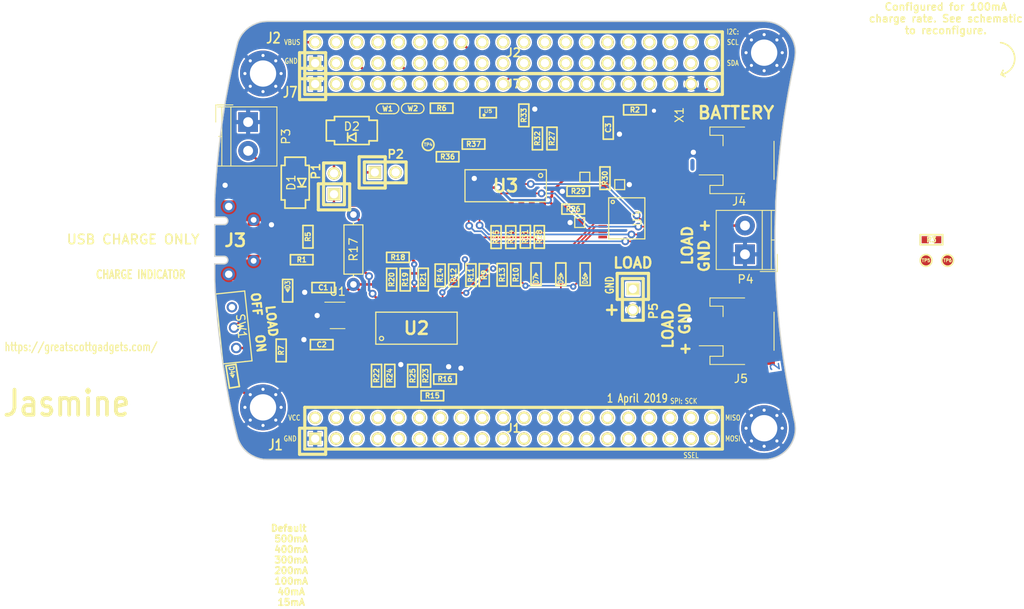
<source format=kicad_pcb>
(kicad_pcb (version 20221018) (generator pcbnew)
  (layers (0 "F.Cu" signal) (31 "B.Cu" signal) (34 "B.Paste" user) (35 "F.Paste" user) (36 "B.SilkS" user "B.Silkscreen") (37 "F.SilkS" user "F.Silkscreen") (38 "B.Mask" user) (39 "F.Mask" user) (44 "Edge.Cuts" user))
  (net 0 "")
  (net 1 "GND")
  (net 2 "/+5V")
  (net 3 "Net-(D3-Pad2)")
  (net 4 "/P4_9")
  (net 5 "/P0_0")
  (net 6 "/P4_10")
  (net 7 "/P0_1")
  (net 8 "/P1_0")
  (net 9 "/P5_0")
  (net 10 "/P5_1")
  (net 11 "/P1_1")
  (net 12 "/CLK0")
  (net 13 "/P1_2")
  (net 14 "/P1_5")
  (net 15 "/P5_2")
  (net 16 "/P1_7")
  (net 17 "/P1_6")
  (net 18 "/P1_9")
  (net 19 "/P1_8")
  (net 20 "/P5_3")
  (net 21 "/P1_10")
  (net 22 "/P1_12")
  (net 23 "/P1_11")
  (net 24 "/P5_5")
  (net 25 "/P5_4")
  (net 26 "/P1_14")
  (net 27 "/P1_13")
  (net 28 "/P5_6")
  (net 29 "/P1_15")
  (net 30 "/P5_7")
  (net 31 "/P1_16")
  (net 32 "/P1_18")
  (net 33 "/P1_17")
  (net 34 "/P9_5")
  (net 35 "/P9_6")
  (net 36 "/P2_0")
  (net 37 "/P6_0")
  (net 38 "/P1_20")
  (net 39 "/P1_19")
  (net 40 "/P1_4")
  (net 41 "/P1_3")
  (net 42 "/P4_8")
  (net 43 "/P4_0")
  (net 44 "/ADC0_0")
  (net 45 "/P4_5")
  (net 46 "/P4_4")
  (net 47 "/P4_2")
  (net 48 "/P4_3")
  (net 49 "/P4_6")
  (net 50 "/P4_7")
  (net 51 "/CLK2")
  (net 52 "/P2_8")
  (net 53 "/P2_7")
  (net 54 "/P2_6")
  (net 55 "/P7_7")
  (net 56 "/WAKEUP0")
  (net 57 "/P2_5")
  (net 58 "/P2_4")
  (net 59 "/P2_3")
  (net 60 "/PF_4")
  (net 61 "/P3_2")
  (net 62 "/P7_2")
  (net 63 "/P3_1")
  (net 64 "/P7_1")
  (net 65 "/P3_0")
  (net 66 "/P7_0")
  (net 67 "/P3_4")
  (net 68 "/P6_8")
  (net 69 "/P3_7")
  (net 70 "/P6_7")
  (net 71 "/P3_3")
  (net 72 "/P2_2")
  (net 73 "/P6_6")
  (net 74 "/P2_1")
  (net 75 "/P6_3")
  (net 76 "/P3_5")
  (net 77 "/P3_6")
  (net 78 "/I2C0_SDA")
  (net 79 "/I2C0_SCL")
  (net 80 "Net-(J3-Pad4)")
  (net 81 "Net-(J3-Pad3)")
  (net 82 "Net-(J3-Pad2)")
  (net 83 "/P6_4")
  (net 84 "/P6_5")
  (net 85 "/ADC0_5")
  (net 86 "/ADC0_2")
  (net 87 "/P2_9")
  (net 88 "/P2_12")
  (net 89 "/P2_13")
  (net 90 "/RTC_ALARM")
  (net 91 "/RESET")
  (net 92 "/VBAT")
  (net 93 "/P2_11")
  (net 94 "/P2_10")
  (net 95 "/P6_10")
  (net 96 "/P6_9")
  (net 97 "/P6_2")
  (net 98 "/P6_1")
  (net 99 "Net-(J3-Pad0)")
  (net 100 "Net-(D4-Pad2)")
  (net 101 "Net-(R2-Pad1)")
  (net 102 "Net-(SW1-Pad3)")
  (net 103 "/RTCX1")
  (net 104 "VBUS")
  (net 105 "Net-(D5-Pad2)")
  (net 106 "Net-(D6-Pad2)")
  (net 107 "Net-(D7-Pad2)")
  (net 108 "VCC")
  (net 109 "Net-(R33-Pad2)")
  (net 110 "/RATE_S1")
  (net 111 "/RATE_S2")
  (net 112 "/RATE_S0")
  (net 113 "/RATE_E")
  (net 114 "Net-(R17-Pad1)")
  (net 115 "Net-(R19-Pad1)")
  (net 116 "Net-(R20-Pad1)")
  (net 117 "Net-(R21-Pad1)")
  (net 118 "Net-(R22-Pad1)")
  (net 119 "Net-(R23-Pad1)")
  (net 120 "Net-(R24-Pad1)")
  (net 121 "Net-(R25-Pad1)")
  (net 122 "Net-(R26-Pad1)")
  (net 123 "Net-(R27-Pad1)")
  (net 124 "Net-(R28-Pad2)")
  (net 125 "Net-(R29-Pad1)")
  (net 126 "Net-(R30-Pad2)")
  (net 127 "Net-(R31-Pad2)")
  (net 128 "Net-(R32-Pad2)")
  (net 129 "Net-(R34-Pad2)")
  (net 130 "Net-(R35-Pad1)")
  (net 131 "Net-(R36-Pad2)")
  (net 132 "Net-(R37-Pad1)")
  (net 133 "Net-(R37-Pad2)")
  (net 134 "/MEASURE_E")
  (net 135 "/MEASURE_S2")
  (net 136 "/MEASURE_S1")
  (net 137 "/MEASURE_S0")
  (net 138 "Net-(U4-Pad13)")
  (net 139 "Net-(X1-Pad1)")
  (net 140 "/STAT")
  (net 141 "/BATT")
  (net 142 "/PROG")
  (net 143 "/VIN")
  (net 144 "Net-(R6-Pad1)")
  (net 145 "Net-(U5-Pad1)")
  (footprint "gsg-modules:HEADER-2x20" (layer "F.Cu") (at 146.05 118.11)
    (fp_text reference "J1")
    (fp_text value "NEIGHBOR1" hide)
  )
  (footprint "gsg-modules:HEADER-2x20" (layer "F.Cu") (at 146.05 72.39)
    (fp_text reference "J2")
    (fp_text value "NEIGHBOR2" hide)
  )
  (footprint "gsg-modules:HEADER-1x20" (layer "F.Cu") (at 146.05 76.2)
    (fp_text reference "J7")
    (fp_text value "BONUS_ROW" hide)
  )
  (footprint "gsg-modules:HOLE126MIL-COPPER" (layer "F.Cu") (at 115.57 74.93)
    (fp_text reference "MH1" hide)
    (fp_text value "MOUNTING_HOLE" hide)
  )
  (footprint "gsg-modules:HOLE126MIL-COPPER" (layer "F.Cu") (at 115.57 115.57)
    (fp_text reference "MH2" hide)
    (fp_text value "MOUNTING_HOLE" hide)
  )
  (footprint "gsg-modules:HOLE126MIL-COPPER" (layer "F.Cu") (at 176.53 118.11)
    (fp_text reference "MH3" hide)
    (fp_text value "MOUNTING_HOLE" hide)
  )
  (footprint "gsg-modules:HOLE126MIL-COPPER" (layer "F.Cu") (at 176.53 72.39)
    (fp_text reference "MH4" hide)
    (fp_text value "MOUNTING_HOLE" hide)
  )
  (footprint "gsg-modules:0603" (layer "F.Cu") (at 122.901072 100.984493)
    (fp_text reference "C1")
    (fp_text value "4.7 uF" hide)
  )
  (footprint "gsg-modules:0603" (layer "F.Cu") (at 122.708032 107.933933)
    (fp_text reference "C2")
    (fp_text value "4.7 uF" hide)
  )
  (footprint "gsg-modules:SOD128" (layer "F.Cu") (at 119.4901 88.2158 90)
    (fp_text reference "D1")
    (fp_text value "D" hide)
  )
  (footprint "gsg-modules:SOD128" (layer "F.Cu") (at 126.37 81.87)
    (fp_text reference "D2")
    (fp_text value "D" hide)
  )
  (footprint "gsg-modules:0603D" (layer "F.Cu") (at 118.568032 101.366653 90)
    (fp_text reference "D3")
    (fp_text value "LED" hide)
  )
  (footprint "gsg-modules:HEADER-1x2" (layer "F.Cu") (at 124.206 88.3539 90)
    (fp_text reference "P1")
    (fp_text value "TEST_POINT" hide)
  )
  (footprint "gsg-modules:HEADER-1x2" (layer "F.Cu") (at 130.43912 86.96324)
    (fp_text reference "P2")
    (fp_text value "TEST_POINT" hide)
  )
  (footprint "gsg-modules:0603" (layer "F.Cu") (at 120.278032 97.596653 180)
    (fp_text reference "R1")
    (fp_text value "330" hide)
  )
  (footprint "gsg-modules:0603" (layer "F.Cu") (at 160.808 79.35 180)
    (fp_text reference "R2")
    (fp_text value "0" hide)
  )
  (footprint "gsg-modules:0603" (layer "F.Cu") (at 121.04 94.8 90)
    (fp_text reference "R5")
    (fp_text value "0.1" hide)
  )
  (footprint "TO_SOT_Packages_SMD:SOT-23-5" (layer "F.Cu") (at 124.638432 104.372853)
    (fp_text reference "U1")
    (fp_text value "MCP73831T" hide)
  )
  (footprint "gsg-modules:0603" (layer "F.Cu") (at 137.298 79.15)
    (fp_text reference "R6")
    (fp_text value "0" hide)
  )
  (footprint "gsg-modules:0603-JUMPER" (layer "F.Cu") (at 130.7211 79.2099)
    (fp_text reference "W1")
    (fp_text value "TEST" hide)
  )
  (footprint "gsg-modules:0603-JUMPER" (layer "F.Cu") (at 133.78 79.18)
    (fp_text reference "W2")
    (fp_text value "TEST" hide)
  )
  (footprint "gsg-modules:USB-MICROB-FCI-10103592-LONGPADS" (layer "F.Cu") (at 109.7 95.24)
    (fp_text reference "J3")
    (fp_text value "USB-MICRO-B-SHIELDED" hide)
  )
  (footprint "gsg-modules:JST_PH_S2B-PH-SM4-TB_02x2.00mm_Angled" (layer "F.Cu") (at 173.25594 85.4964 90)
    (fp_text reference "J4")
    (fp_text value "LIPO_BATT_CONN" hide)
  )
  (footprint "gsg-modules:0603" (layer "F.Cu") (at 117.78 108.64 -90)
    (fp_text reference "R7")
    (fp_text value "330" hide)
  )
  (footprint "gsg-modules:MHSS1105" (layer "F.Cu") (at 112.05 105.86 -174)
    (fp_text reference "SW1")
    (fp_text value "SW_SPDT" hide)
  )
  (footprint "gsg-modules:JST_PH_S2B-PH-SM4-TB_02x2.00mm_Angled" (layer "F.Cu") (at 173.26 106.3 90)
    (fp_text reference "J5")
    (fp_text value "2PIN_BATT_CONN")
  )
  (footprint "gsg-modules:HEADER-1x2" (layer "F.Cu") (at 160.56 102.43 -90)
    (fp_text reference "P5")
    (fp_text value "3.7_VDC" hide)
  )
  (footprint "gsg-modules:0603D" (layer "F.Cu") (at 111.879203 111.772619 99)
    (fp_text reference "D4")
    (fp_text value "LED" hide)
  )
  (footprint "gsg-modules:TerminalBlock_4UCON_19963_02x3.5mm_Straight" (layer "F.Cu") (at 174.2 96.94 90)
    (fp_text reference "P4")
    (fp_text value "3.7_VDC")
  )
  (footprint "gsg-modules:0603" (layer "F.Cu") (at 157.57 81.548 -90)
    (fp_text reference "C3")
    (fp_text value "C" hide)
  )
  (footprint "gsg-modules:TerminalBlock_4UCON_19963_02x3.5mm_Straight" (layer "F.Cu") (at 113.76 80.84 -90)
    (fp_text reference "P3")
    (fp_text value "INPUT")
  )
  (footprint "gsg-modules:0603" (layer "F.Cu") (at 142.48 99.46 -90)
    (fp_text reference "R9")
    (fp_text value "330" hide)
  )
  (footprint "gsg-modules:0603" (layer "F.Cu") (at 146.32 99.43 -90)
    (fp_text reference "R10")
    (fp_text value "330" hide)
  )
  (footprint "gsg-modules:0603" (layer "F.Cu") (at 140.86 99.47 90)
    (fp_text reference "R11")
    (fp_text value "10k" hide)
  )
  (footprint "gsg-modules:0603" (layer "F.Cu") (at 138.76 99.5 -90)
    (fp_text reference "R12")
    (fp_text value "330" hide)
  )
  (footprint "gsg-modules:0603" (layer "F.Cu") (at 144.66 99.43 90)
    (fp_text reference "R13")
    (fp_text value "10k" hide)
  )
  (footprint "gsg-modules:0603" (layer "F.Cu") (at 137.12 99.5 -90)
    (fp_text reference "R14")
    (fp_text value "10k" hide)
  )
  (footprint "gsg-modules:0603" (layer "F.Cu") (at 136.17 114.15 180)
    (fp_text reference "R15")
    (fp_text value "10k" hide)
  )
  (footprint "gsg-modules:0603" (layer "F.Cu") (at 137.71 112.13)
    (fp_text reference "R16")
    (fp_text value "10k" hide)
  )
  (footprint "gsg-modules:RESISTOR-AXIAL-2.3x6.0mm" (layer "F.Cu") (at 126.57 96.35 -90)
    (fp_text reference "R17")
    (fp_text value "R" hide)
  )
  (footprint "gsg-modules:0603" (layer "F.Cu") (at 131.98 97.31 180)
    (fp_text reference "R18")
    (fp_text value "67k" hide)
  )
  (footprint "gsg-modules:0603" (layer "F.Cu") (at 132.87 100.02 90)
    (fp_text reference "R19")
    (fp_text value "2k" hide)
  )
  (footprint "gsg-modules:0603" (layer "F.Cu") (at 131.22 100.02 90)
    (fp_text reference "R20")
    (fp_text value "2.5k" hide)
  )
  (footprint "gsg-modules:0603" (layer "F.Cu") (at 135.06 100.01 90)
    (fp_text reference "R21")
    (fp_text value "3.33k" hide)
  )
  (footprint "gsg-modules:0603" (layer "F.Cu") (at 129.38 111.71 -90)
    (fp_text reference "R22")
    (fp_text value "5k" hide)
  )
  (footprint "gsg-modules:0603" (layer "F.Cu") (at 135.35 111.73 -90)
    (fp_text reference "R23")
    (fp_text value "10k" hide)
  )
  (footprint "gsg-modules:0603" (layer "F.Cu") (at 130.99 111.71 -90)
    (fp_text reference "R24")
    (fp_text value "25k" hide)
  )
  (footprint "gsg-modules:0603" (layer "F.Cu") (at 133.78 111.72 -90)
    (fp_text reference "R25")
    (fp_text value "67k" hide)
  )
  (footprint "gsg-modules:0603" (layer "F.Cu") (at 153.3 91.43 180)
    (fp_text reference "R26")
    (fp_text value "10k" hide)
  )
  (footprint "gsg-modules:0603" (layer "F.Cu") (at 150.72 82.838 90)
    (fp_text reference "R27")
    (fp_text value "0" hide)
  )
  (footprint "gsg-modules:0603" (layer "F.Cu") (at 149.18 94.82 90)
    (fp_text reference "R28")
    (fp_text value "100k" hide)
  )
  (footprint "gsg-modules:0603" (layer "F.Cu") (at 153.92 89.25 180)
    (fp_text reference "R29")
    (fp_text value "10k" hide)
  )
  (footprint "gsg-modules:0603" (layer "F.Cu") (at 157.17 87.67 -90)
    (fp_text reference "R30")
    (fp_text value "10k" hide)
  )
  (footprint "gsg-modules:0603" (layer "F.Cu") (at 147.48 94.8 90)
    (fp_text reference "R31")
    (fp_text value "100k" hide)
  )
  (footprint "gsg-modules:0603" (layer "F.Cu") (at 148.95 82.84 -90)
    (fp_text reference "R32")
    (fp_text value "100k" hide)
  )
  (footprint "gsg-modules:0603" (layer "F.Cu") (at 147.3 80.02 -90)
    (fp_text reference "R33")
    (fp_text value "100k" hide)
  )
  (footprint "gsg-modules:0603" (layer "F.Cu") (at 145.71 94.842 90)
    (fp_text reference "R34")
    (fp_text value "100k" hide)
  )
  (footprint "gsg-modules:0603" (layer "F.Cu") (at 143.92 94.84 -90)
    (fp_text reference "R35")
    (fp_text value "100k" hide)
  )
  (footprint "gsg-modules:0603" (layer "F.Cu") (at 138.028 85.06)
    (fp_text reference "R36")
    (fp_text value "100k" hide)
  )
  (footprint "gsg-modules:SOIC16" (layer "F.Cu") (at 145.09 88.59 -90)
    (fp_text reference "U3")
    (fp_text value "74HC4051" hide)
  )
  (footprint "gsg-modules:TSSOP16" (layer "F.Cu") (at 159.82 92.56)
    (fp_text reference "U4")
    (fp_text value "PCA9674" hide)
  )
  (footprint "gsg-modules:SiT1533" (layer "F.Cu") (at 164.82865 79.915392 -90)
    (fp_text reference "X1")
    (fp_text value "SiT1533" hide)
  )
  (footprint "gsg-modules:SOIC16" (layer "F.Cu") (at 134.24 105.93 90)
    (fp_text reference "U2")
    (fp_text value "74HC4051" hide)
  )
  (footprint "gsg-modules:TESTPOINT-50MIL" (layer "F.Cu") (at 135.66 83.59)
    (fp_text reference "TP4")
    (fp_text value "TestPoint" hide)
  )
  (footprint "gsg-modules:1Pin_0603" (layer "F.Cu") (at 154.72 87.55)
    (fp_text reference "TP3" hide)
    (fp_text value " ")
  )
  (footprint "gsg-modules:1Pin_0603" (layer "F.Cu") (at 158.96 88.46)
    (fp_text reference "TP1" hide)
    (fp_text value " ")
  )
  (footprint "gsg-modules:1Pin_0603" (layer "F.Cu") (at 154.09 93.07)
    (fp_text reference "TP2" hide)
    (fp_text value " ")
  )
  (footprint "gsg-modules:0603D" (layer "F.Cu") (at 154.76 99.36 -90)
    (fp_text reference "D6")
    (fp_text value "LED" hide)
  )
  (footprint "gsg-modules:0603D" (layer "F.Cu") (at 151.8 99.36 -90)
    (fp_text reference "D5")
    (fp_text value "LED" hide)
  )
  (footprint "gsg-modules:0603D" (layer "F.Cu") (at 148.78 99.36 -90)
    (fp_text reference "D7")
    (fp_text value "LED" hide)
  )
  (footprint "gsg-modules:0603" (layer "F.Cu") (at 196.883201 95.161201)
    (fp_text reference "R3")
    (fp_text value "10k" hide)
  )
  (footprint "gsg-modules:TESTPOINT-50MIL" (layer "F.Cu") (at 196.222801 97.682801)
    (fp_text reference "TP5")
    (fp_text value "TestPoint" hide)
  )
  (footprint "gsg-modules:TESTPOINT-50MIL" (layer "F.Cu") (at 198.842801 97.682801)
    (fp_text reference "TP6")
    (fp_text value "TestPoint" hide)
  )
  (footprint "gsg-modules:SOT363" (layer "F.Cu") (at 142.95 79.69)
    (fp_text reference "U5")
    (fp_text value "74LVC1G3157" hide)
  )
  (footprint "gsg-modules:0603" (layer "F.Cu") (at 141.182 83.52)
    (fp_text reference "R37")
    (fp_text value "100k" hide)
  )
  (gr_line (start 205.36 75.05) (end 205.83 75.31) (stroke (width 0.1905)) (layer "F.SilkS"))
  (gr_arc (start 205.293989 71.169317) (mid 207.014361 73.071621) (end 205.37 75.04) (stroke (width 0.1905)) (layer "F.SilkS"))
  (gr_line (start 205.35 75.04) (end 205.59 74.54) (stroke (width 0.1905)) (layer "F.SilkS"))
  (gr_line (start 114.3462 121.4882) (end 114.0668 121.3358) (stroke (width 0.15)) (layer "Edge.Cuts"))
  (gr_line (start 114.7272 121.666) (end 114.3462 121.4882) (stroke (width 0.15)) (layer "Edge.Cuts"))
  (gr_line (start 115.2098 121.8184) (end 114.7272 121.666) (stroke (width 0.15)) (layer "Edge.Cuts"))
  (gr_line (start 115.6162 121.8946) (end 115.2098 121.8184) (stroke (width 0.15)) (layer "Edge.Cuts"))
  (gr_line (start 116.0988 121.92) (end 115.6162 121.8946) (stroke (width 0.15)) (layer "Edge.Cuts"))
  (gr_line (start 109.7234 89.7128) (end 109.698 90.5002) (stroke (width 0.15)) (layer "Edge.Cuts"))
  (gr_line (start 109.8504 87.7824) (end 109.7234 89.7128) (stroke (width 0.15)) (layer "Edge.Cuts"))
  (gr_line (start 109.9774 86.2584) (end 109.8504 87.7824) (stroke (width 0.15)) (layer "Edge.Cuts"))
  (gr_line (start 110.1806 84.201) (end 109.9774 86.2584) (stroke (width 0.15)) (layer "Edge.Cuts"))
  (gr_line (start 110.4092 82.2706) (end 110.1806 84.201) (stroke (width 0.15)) (layer "Edge.Cuts"))
  (gr_line (start 110.6886 80.264) (end 110.4092 82.2706) (stroke (width 0.15)) (layer "Edge.Cuts"))
  (gr_line (start 111.0188 78.1304) (end 110.6886 80.264) (stroke (width 0.15)) (layer "Edge.Cuts"))
  (gr_line (start 111.4506 75.8444) (end 111.0188 78.1304) (stroke (width 0.15)) (layer "Edge.Cuts"))
  (gr_line (start 111.984 73.3298) (end 111.4506 75.8444) (stroke (width 0.15)) (layer "Edge.Cuts"))
  (gr_line (start 112.2888 71.9582) (end 111.984 73.3298) (stroke (width 0.15)) (layer "Edge.Cuts"))
  (gr_line (start 112.365 71.6788) (end 112.2888 71.9582) (stroke (width 0.15)) (layer "Edge.Cuts"))
  (gr_line (start 112.4412 71.374) (end 112.365 71.6788) (stroke (width 0.15)) (layer "Edge.Cuts"))
  (gr_line (start 109.7488 101.2952) (end 109.698 99.9998) (stroke (width 0.15)) (layer "Edge.Cuts"))
  (gr_line (start 109.8758 103.0224) (end 109.7488 101.2952) (stroke (width 0.15)) (layer "Edge.Cuts"))
  (gr_line (start 110.0282 104.8512) (end 109.8758 103.0224) (stroke (width 0.15)) (layer "Edge.Cuts"))
  (gr_line (start 110.2314 106.7308) (end 110.0282 104.8512) (stroke (width 0.15)) (layer "Edge.Cuts"))
  (gr_line (start 110.4854 108.8136) (end 110.2314 106.7308) (stroke (width 0.15)) (layer "Edge.Cuts"))
  (gr_line (start 110.7648 110.744) (end 110.4854 108.8136) (stroke (width 0.15)) (layer "Edge.Cuts"))
  (gr_line (start 111.1204 112.9284) (end 110.7648 110.744) (stroke (width 0.15)) (layer "Edge.Cuts"))
  (gr_line (start 111.5014 114.9858) (end 111.1204 112.9284) (stroke (width 0.15)) (layer "Edge.Cuts"))
  (gr_line (start 112.0602 117.602) (end 111.5014 114.9858) (stroke (width 0.15)) (layer "Edge.Cuts"))
  (gr_line (start 112.3142 118.6434) (end 112.0602 117.602) (stroke (width 0.15)) (layer "Edge.Cuts"))
  (gr_line (start 112.4158 119.0244) (end 112.3142 118.6434) (stroke (width 0.15)) (layer "Edge.Cuts"))
  (gr_line (start 112.5174 119.4054) (end 112.4158 119.0244) (stroke (width 0.15)) (layer "Edge.Cuts"))
  (gr_line (start 112.6698 119.761) (end 112.5174 119.4054) (stroke (width 0.15)) (layer "Edge.Cuts"))
  (gr_line (start 112.8476 120.0912) (end 112.6698 119.761) (stroke (width 0.15)) (layer "Edge.Cuts"))
  (gr_line (start 113 120.3198) (end 112.8476 120.0912) (stroke (width 0.15)) (layer "Edge.Cuts"))
  (gr_line (start 113.2286 120.6246) (end 113 120.3198) (stroke (width 0.15)) (layer "Edge.Cuts"))
  (gr_line (start 113.4572 120.8532) (end 113.2286 120.6246) (stroke (width 0.15)) (layer "Edge.Cuts"))
  (gr_line (start 113.7112 121.0818) (end 113.4572 120.8532) (stroke (width 0.15)) (layer "Edge.Cuts"))
  (gr_line (start 114.0668 121.3358) (end 113.7112 121.0818) (stroke (width 0.15)) (layer "Edge.Cuts"))
  (gr_line (start 109.698 98.0948) (end 109.698 99.9998) (stroke (width 0.15)) (layer "Edge.Cuts"))
  (gr_line (start 110.841 98.0948) (end 109.698 98.0948) (stroke (width 0.15)) (layer "Edge.Cuts"))
  (gr_line (start 109.698 97.1804) (end 110.841 97.1804) (stroke (width 0.15)) (layer "Edge.Cuts"))
  (gr_line (start 109.698 93.3196) (end 109.698 97.1804) (stroke (width 0.15)) (layer "Edge.Cuts"))
  (gr_line (start 110.841 93.3196) (end 109.698 93.3196) (stroke (width 0.15)) (layer "Edge.Cuts"))
  (gr_line (start 109.698 92.4052) (end 109.698 90.5002) (stroke (width 0.15)) (layer "Edge.Cuts"))
  (gr_line (start 110.841 92.4052) (end 109.698 92.4052) (stroke (width 0.15)) (layer "Edge.Cuts"))
  (gr_arc (start 110.841 97.1804) (mid 111.2982 97.6376) (end 110.841 98.0948) (stroke (width 0.15)) (layer "Edge.Cuts"))
  (gr_arc (start 110.841 92.4052) (mid 111.2982 92.8624) (end 110.841 93.3196) (stroke (width 0.15)) (layer "Edge.Cuts"))
  (gr_line (start 112.5174 71.0946) (end 112.4412 71.374) (stroke (width 0.15)) (layer "Edge.Cuts"))
  (gr_line (start 112.619 70.8406) (end 112.5174 71.0946) (stroke (width 0.15)) (layer "Edge.Cuts"))
  (gr_line (start 112.7968 70.485) (end 112.619 70.8406) (stroke (width 0.15)) (layer "Edge.Cuts"))
  (gr_line (start 112.9746 70.2056) (end 112.7968 70.485) (stroke (width 0.15)) (layer "Edge.Cuts"))
  (gr_line (start 113.1524 69.977) (end 112.9746 70.2056) (stroke (width 0.15)) (layer "Edge.Cuts"))
  (gr_line (start 113.3556 69.7484) (end 113.1524 69.977) (stroke (width 0.15)) (layer "Edge.Cuts"))
  (gr_line (start 113.6604 69.469) (end 113.3556 69.7484) (stroke (width 0.15)) (layer "Edge.Cuts"))
  (gr_line (start 113.9906 69.215) (end 113.6604 69.469) (stroke (width 0.15)) (layer "Edge.Cuts"))
  (gr_line (start 114.3462 69.0118) (end 113.9906 69.215) (stroke (width 0.15)) (layer "Edge.Cuts"))
  (gr_line (start 114.8034 68.8086) (end 114.3462 69.0118) (stroke (width 0.15)) (layer "Edge.Cuts"))
  (gr_line (start 115.2098 68.6816) (end 114.8034 68.8086) (stroke (width 0.15)) (layer "Edge.Cuts"))
  (gr_line (start 115.667 68.6054) (end 115.2098 68.6816) (stroke (width 0.15)) (layer "Edge.Cuts"))
  (gr_line (start 116.0988 68.58) (end 115.667 68.6054) (stroke (width 0.15)) (layer "Edge.Cuts"))
  (gr_line (start 178.6636 82.4484) (end 178.9176 80.5688) (stroke (width 0.15)) (layer "Edge.Cuts"))
  (gr_line (start 179.197 78.8162) (end 179.5018 77.0636) (stroke (width 0.15)) (layer "Edge.Cuts"))
  (gr_line (start 179.5526 113.7158) (end 179.8828 115.4684) (stroke (width 0.15)) (layer "Edge.Cuts"))
  (gr_line (start 179.2224 111.887) (end 179.5526 113.7158) (stroke (width 0.15)) (layer "Edge.Cuts"))
  (gr_line (start 177.8762 97.79) (end 177.927 99.0346) (stroke (width 0.15)) (layer "Edge.Cuts"))
  (gr_line (start 116.1288 68.58) (end 176.53 68.58) (stroke (width 0.15)) (layer "Edge.Cuts"))
  (gr_arc (start 176.53 68.58) (mid 179.224077 69.695923) (end 180.34 72.39) (stroke (width 0.15)) (layer "Edge.Cuts"))
  (gr_line (start 178.6382 107.9246) (end 178.8922 109.8042) (stroke (width 0.15)) (layer "Edge.Cuts"))
  (gr_line (start 178.0794 88.4682) (end 178.2572 86.233) (stroke (width 0.15)) (layer "Edge.Cuts"))
  (gr_line (start 178.4096 105.9942) (end 178.6382 107.9246) (stroke (width 0.15)) (layer "Edge.Cuts"))
  (gr_line (start 178.2318 104.1146) (end 178.4096 105.9942) (stroke (width 0.15)) (layer "Edge.Cuts"))
  (gr_line (start 179.8066 75.438) (end 180.1368 73.8124) (stroke (width 0.15)) (layer "Edge.Cuts"))
  (gr_line (start 178.4604 84.2264) (end 178.6636 82.4484) (stroke (width 0.15)) (layer "Edge.Cuts"))
  (gr_line (start 177.9524 90.5002) (end 178.0794 88.4682) (stroke (width 0.15)) (layer "Edge.Cuts"))
  (gr_line (start 177.8508 95.123) (end 177.8508 96.393) (stroke (width 0.15)) (layer "Edge.Cuts"))
  (gr_line (start 177.9524 90.5002) (end 177.9016 92.3544) (stroke (width 0.15)) (layer "Edge.Cuts"))
  (gr_line (start 180.2892 117.5004) (end 180.34 118.11) (stroke (width 0.15)) (layer "Edge.Cuts"))
  (gr_line (start 177.927 99.0346) (end 177.9524 99.9998) (stroke (width 0.15)) (layer "Edge.Cuts"))
  (gr_line (start 179.5018 77.0636) (end 179.8066 75.438) (stroke (width 0.15)) (layer "Edge.Cuts"))
  (gr_line (start 178.8922 109.8042) (end 179.2224 111.887) (stroke (width 0.15)) (layer "Edge.Cuts"))
  (gr_line (start 179.8828 115.4684) (end 180.1368 116.7892) (stroke (width 0.15)) (layer "Edge.Cuts"))
  (gr_line (start 177.9016 92.3544) (end 177.8508 94.0054) (stroke (width 0.15)) (layer "Edge.Cuts"))
  (gr_line (start 180.1368 73.8124) (end 180.2638 73.1266) (stroke (width 0.15)) (layer "Edge.Cuts"))
  (gr_line (start 177.9524 99.9998) (end 178.0794 102.108) (stroke (width 0.15)) (layer "Edge.Cuts"))
  (gr_arc (start 180.34 118.11) (mid 179.224077 120.804077) (end 176.53 121.92) (stroke (width 0.15)) (layer "Edge.Cuts"))
  (gr_line (start 180.1368 116.7892) (end 180.2892 117.5004) (stroke (width 0.15)) (layer "Edge.Cuts"))
  (gr_line (start 178.0794 102.108) (end 178.2318 104.1146) (stroke (width 0.15)) (layer "Edge.Cuts"))
  (gr_line (start 178.2572 86.233) (end 178.4604 84.2264) (stroke (width 0.15)) (layer "Edge.Cuts"))
  (gr_line (start 178.9176 80.5688) (end 179.197 78.8162) (stroke (width 0.15)) (layer "Edge.Cuts"))
  (gr_line (start 176.53 121.92) (end 116.1288 121.92) (stroke (width 0.15)) (layer "Edge.Cuts"))
  (gr_line (start 177.8508 94.0054) (end 177.8508 95.123) (stroke (width 0.15)) (layer "Edge.Cuts"))
  (gr_line (start 180.2638 73.1266) (end 180.34 72.39) (stroke (width 0.15)) (layer "Edge.Cuts"))
  (gr_line (start 177.8508 96.393) (end 177.8762 97.79) (stroke (width 0.15)) (layer "Edge.Cuts"))
  (gr_text "1" (at 178.3588 113.6396 98.9) (layer "F.Cu") (effects (font (size 1.016 1.016) (thickness 0.1778))))
  (gr_text "2" (at 177.8508 110.5916 98.9) (layer "B.Cu") (effects (font (size 1.016 1.016) (thickness 0.1778))))
  (gr_text "J1" (at 117.094 120.142) (layer "F.SilkS") (effects (font (size 1.27 1.016) (thickness 0.2032))))
  (gr_text "J2" (at 116.84 70.612) (layer "F.SilkS") (effects (font (size 1.27 1.016) (thickness 0.2032))))
  (gr_text "J7" (at 118.872 77.216) (layer "F.SilkS") (effects (font (size 1.27 1.016) (thickness 0.2032))))
  (gr_text "MOSI" (at 172.72 119.38) (layer "F.SilkS") (effects (font (size 0.635 0.508) (thickness 0.1016))))
  (gr_text "MISO" (at 172.72 116.84) (layer "F.SilkS") (effects (font (size 0.635 0.508) (thickness 0.1016))))
  (gr_text "SSEL" (at 167.64 121.412) (layer "F.SilkS") (effects (font (size 0.635 0.508) (thickness 0.1016))))
  (gr_text "SCK" (at 167.64 114.808) (layer "F.SilkS") (effects (font (size 0.635 0.508) (thickness 0.1016))))
  (gr_text "SDA" (at 172.72 73.66) (layer "F.SilkS") (effects (font (size 0.635 0.508) (thickness 0.1016))))
  (gr_text "SCL" (at 172.72 71.12) (layer "F.SilkS") (effects (font (size 0.635 0.508) (thickness 0.1016))))
  (gr_text "I2C:" (at 172.72 69.85) (layer "F.SilkS") (effects (font (size 0.635 0.508) (thickness 0.1016))))
  (gr_text "SPI:" (at 165.862 114.808) (layer "F.SilkS") (effects (font (size 0.635 0.508) (thickness 0.1016))))
  (gr_text "GND" (at 118.872 119.38) (layer "F.SilkS") (effects (font (size 0.635 0.508) (thickness 0.1016))))
  (gr_text "VCC" (at 119.38 116.84) (layer "F.SilkS") (effects (font (size 0.635 0.508) (thickness 0.1016))))
  (gr_text "VBUS" (at 119.126 71.12) (layer "F.SilkS") (effects (font (size 0.635 0.508) (thickness 0.1016))))
  (gr_text "GND" (at 118.999 73.406) (layer "F.SilkS") (effects (font (size 0.635 0.508) (thickness 0.1016))))
  (gr_text "https://greatscottgadgets.com/" (at 93.43 108.21) (layer "F.SilkS") (effects (font (size 1.016 0.762) (thickness 0.1524))))
  (gr_text "1 April 2019" (at 161.11 114.47) (layer "F.SilkS") (effects (font (size 1.016 0.762) (thickness 0.1524))))
  (gr_text "LOAD\n+ GND" (at 165.85 106.02 90) (layer "F.SilkS") (effects (font (size 1.27 1.27) (thickness 0.2794))))
  (gr_text "Jasmine" (at 91.69 115.08) (layer "F.SilkS") (effects (font (size 3.048 2.54) (thickness 0.4572))))
  (gr_text "+" (at 157.89 103.71 90) (layer "F.SilkS") (effects (font (size 1.5 1.5) (thickness 0.3))))
  (gr_text "Default \n500mA\n400mA\n300mA\n200mA\n100mA\n40mA\n15mA\n" (at 119 134.79) (layer "F.SilkS") (effects (font (size 0.8 0.8) (thickness 0.2))))
  (gr_text "CHARGE INDICATOR" (at 100.7 99.4) (layer "F.SilkS") (effects (font (size 1.016 0.762) (thickness 0.1905))))
  (gr_text "LOAD\nGND +" (at 168.21 95.87 90) (layer "F.SilkS") (effects (font (size 1.27 1.27) (thickness 0.2794))))
  (gr_text "LOAD\nOFF   ON" (at 115.81 105.15 276) (layer "F.SilkS") (effects (font (size 1.016 1.016) (thickness 0.254))))
  (gr_text "USB CHARGE ONLY" (at 99.77 95.12) (layer "F.SilkS") (effects (font (size 1.143 1.143) (thickness 0.2032))))
  (gr_text "LOAD" (at 160.57 97.98) (layer "F.SilkS") (effects (font (size 1.27 1.27) (thickness 0.2794))))
  (gr_text "Configured for 100mA\ncharge rate. See schematic\nto reconfigure." (at 198.63 68.24) (layer "F.SilkS") (effects (font (size 0.889 0.889) (thickness 0.1778))))
  (gr_text "GND" (at 157.75 100.7 90) (layer "F.SilkS") (effects (font (size 0.9525 0.6985) (thickness 0.174625))))
  (gr_text "BATTERY" (at 173.11 79.71) (layer "F.SilkS") (effects (font (size 1.5 1.5) (thickness 0.3))))
  (segment (start 121.219592 100.984493) (end 120.640472 101.563613) (width 0.3048) (layer "F.Cu") (net 1))
  (segment (start 121.153552 107.933933) (end 120.543952 107.324333) (width 0.3048) (layer "F.Cu") (net 1))
  (segment (start 174.17034 97.028) (end 174.82058 96.37776) (width 0.3048) (layer "F.Cu") (net 1))
  (segment (start 123.524632 104.386653) (end 122.158032 104.386653) (width 0.3048) (layer "F.Cu") (net 1))
  (segment (start 138.735 108.755) (end 138.735 110.035) (width 0.3048) (layer "F.Cu") (net 1))
  (segment (start 132.335 110.355) (end 132.33 110.36) (width 0.3048) (layer "F.Cu") (net 1))
  (segment (start 138.472 111.978) (end 139.65 110.8) (width 0.3048) (layer "F.Cu") (net 1))
  (segment (start 137.415 108.755) (end 137.415 110.145) (width 0.3048) (layer "F.Cu") (net 1))
  (segment (start 140.595 87.025004) (end 140.736597 87.166601) (width 0.3048) (layer "F.Cu") (net 1))
  (segment (start 163.485392 79.815392) (end 163.13 79.46) (width 0.2032) (layer "F.Cu") (net 1))
  (segment (start 141.915 87.054996) (end 141.803395 87.166601) (width 0.3048) (layer "F.Cu") (net 1))
  (segment (start 148.628 79.258) (end 148.63 79.26) (width 0.3048) (layer "F.Cu") (net 1))
  (segment (start 115.043168 115.57) (end 115.57 115.57) (width 0.3048) (layer "F.Cu") (net 1))
  (segment (start 167.83 105.3) (end 167.45 104.92) (width 0.3048) (layer "F.Cu") (net 1))
  (segment (start 167.9436 84.4964) (end 167.92 84.52) (width 0.508) (layer "F.Cu") (net 1))
  (segment (start 112.228 88.46) (end 111.030052 88.46) (width 0.2032) (layer "F.Cu") (net 1))
  (segment (start 122.139072 100.984493) (end 121.219592 100.984493) (width 0.3048) (layer "F.Cu") (net 1))
  (segment (start 114.475 93.94) (end 116 93.94) (width 0.3048) (layer "F.Cu") (net 1))
  (segment (start 132.335 108.755) (end 132.335 110.355) (width 0.3048) (layer "F.Cu") (net 1))
  (segment (start 153.158 89.25) (end 152 89.25) (width 0.2032) (layer "F.Cu") (net 1))
  (segment (start 140.595 85.765) (end 140.595 87.025004) (width 0.3048) (layer "F.Cu") (net 1))
  (segment (start 157.57 82.31) (end 158.93 82.31) (width 0.2032) (layer "F.Cu") (net 1))
  (segment (start 152 89.25) (end 151.98 89.27) (width 0.2032) (layer "F.Cu") (net 1))
  (segment (start 121.946032 107.933933) (end 121.153552 107.933933) (width 0.3048) (layer "F.Cu") (net 1))
  (segment (start 138.735 110.035) (end 138.15 110.62) (width 0.3048) (layer "F.Cu") (net 1))
  (segment (start 141.915 85.765) (end 141.915 87.054996) (width 0.3048) (layer "F.Cu") (net 1))
  (segment (start 154.09 93.07) (end 152.93 93.07) (width 0.2032) (layer "F.Cu") (net 1))
  (segment (start 147.3 79.258) (end 148.628 79.258) (width 0.3048) (layer "F.Cu") (net 1))
  (segment (start 160.12 88.46) (end 160.13 88.45) (width 0.2032) (layer "F.Cu") (net 1))
  (segment (start 138.472 112.13) (end 138.472 111.978) (width 0.3048) (layer "F.Cu") (net 1))
  (segment (start 137.89 110.62) (end 138.15 110.62) (width 0.3048) (layer "F.Cu") (net 1))
  (segment (start 170.38094 84.4964) (end 167.9436 84.4964) (width 0.508) (layer "F.Cu") (net 1))
  (segment (start 111.030052 88.46) (end 110.96 88.530052) (width 0.2032) (layer "F.Cu") (net 1))
  (segment (start 164.37865 79.815392) (end 163.485392 79.815392) (width 0.2032) (layer "F.Cu") (net 1))
  (segment (start 123.538432 104.372853) (end 123.524632 104.386653) (width 0.3048) (layer "F.Cu") (net 1))
  (segment (start 140.736597 87.166601) (end 141.269996 87.7) (width 0.3048) (layer "F.Cu") (net 1))
  (segment (start 116 93.94) (end 116.6 93.34) (width 0.3048) (layer "F.Cu") (net 1))
  (segment (start 141.803395 87.166601) (end 141.269996 87.7) (width 0.3048) (layer "F.Cu") (net 1))
  (segment (start 137.415 110.145) (end 137.89 110.62) (width 0.3048) (layer "F.Cu") (net 1))
  (segment (start 170.385 105.3) (end 167.83 105.3) (width 0.3048) (layer "F.Cu") (net 1))
  (segment (start 158.96 88.46) (end 160.12 88.46) (width 0.2032) (layer "F.Cu") (net 1))
  (segment (start 111.998406 112.525238) (end 115.043168 115.57) (width 0.3048) (layer "F.Cu") (net 1))
  (via (at 138.15 110.62) (size 1.0668) (drill 0.635) (layers "F.Cu" "B.Cu") (net 1))
  (via (at 152.93 93.07) (size 1.0668) (drill 0.635) (layers "F.Cu" "B.Cu") (net 1))
  (via (at 148.63 79.26) (size 1.0668) (drill 0.635) (layers "F.Cu" "B.Cu") (net 1))
  (via (at 132.33 110.36) (size 1.0668) (drill 0.635) (layers "F.Cu" "B.Cu") (net 1))
  (via (at 160.13 88.45) (size 1.0668) (drill 0.635) (layers "F.Cu" "B.Cu") (net 1))
  (via (at 151.98 89.27) (size 1.0668) (drill 0.635) (layers "F.Cu" "B.Cu") (net 1))
  (via (at 120.640472 101.563613) (size 1.0668) (drill 0.635) (layers "F.Cu" "B.Cu") (net 1))
  (via (at 110.96 88.530052) (size 1.0668) (drill 0.635) (layers "F.Cu" "B.Cu") (net 1))
  (via (at 122.158032 104.386653) (size 1.0668) (drill 0.635) (layers "F.Cu" "B.Cu") (net 1))
  (via (at 116.6 93.34) (size 1.0668) (drill 0.635) (layers "F.Cu" "B.Cu") (net 1))
  (via (at 163.13 79.46) (size 1.016) (drill 0.508) (layers "F.Cu" "B.Cu") (net 1))
  (via (at 167.92 84.52) (size 1.0668) (drill 0.635) (layers "F.Cu" "B.Cu") (net 1))
  (via (at 167.45 104.92) (size 1.0668) (drill 0.635) (layers "F.Cu" "B.Cu") (net 1))
  (via (at 139.65 110.8) (size 1.0668) (drill 0.635) (layers "F.Cu" "B.Cu") (net 1))
  (via (at 158.93 82.31) (size 1.0668) (drill 0.635) (layers "F.Cu" "B.Cu") (net 1))
  (via (at 120.543952 107.324333) (size 1.0668) (drill 0.635) (layers "F.Cu" "B.Cu") (net 1))
  (via (at 141.269996 87.7) (size 1.0668) (drill 0.635) (layers "F.Cu" "B.Cu") (net 1))
  (segment (start 119.9896 71.12) (end 118.9101 72.1995) (width 0.3048) (layer "F.Cu") (net 2))
  (segment (start 118.9101 72.1995) (end 118.9101 78.76032) (width 0.3048) (layer "F.Cu") (net 2))
  (segment (start 124.206 85.6107) (end 121.1961 82.6008) (width 0.3048) (layer "F.Cu") (net 2))
  (segment (start 121.1961 82.6008) (end 118.9101 82.6008) (width 0.3048) (layer "F.Cu") (net 2))
  (segment (start 118.9101 82.6008) (end 118.9101 86.1158) (width 0.3048) (layer "F.Cu") (net 2))
  (segment (start 118.9101 81) (end 118.9101 82.6008) (width 0.3048) (layer "F.Cu") (net 2))
  (segment (start 120.12 80.6) (end 118.9101 80.6) (width 0.3048) (layer "F.Cu") (net 2))
  (segment (start 118.9101 78.76032) (end 118.9101 78.83906) (width 0.3048) (layer "F.Cu") (net 2))
  (segment (start 124.206 87.0839) (end 124.206 85.6107) (width 0.3048) (layer "F.Cu") (net 2))
  (segment (start 121.8952 80.6) (end 120.12 80.6) (width 0.3048) (layer "F.Cu") (net 2))
  (segment (start 120.16 80.6) (end 120.12 80.6) (width 0.3048) (layer "F.Cu") (net 2))
  (segment (start 129.16912 86.96324) (end 128.10232 86.96324) (width 0.3048) (layer "F.Cu") (net 2))
  (segment (start 124.17 81.87) (end 123.1652 81.87) (width 0.3048) (layer "F.Cu") (net 2))
  (segment (start 123.82 84.26) (end 120.16 80.6) (width 0.3048) (layer "F.Cu") (net 2))
  (segment (start 118.9101 78.76032) (end 118.9101 80.6) (width 0.3048) (layer "F.Cu") (net 2))
  (segment (start 118.9101 80.6) (end 118.9101 81) (width 0.3048) (layer "F.Cu") (net 2))
  (segment (start 128.10232 86.96324) (end 125.39908 84.26) (width 0.3048) (layer "F.Cu") (net 2))
  (segment (start 121.92 71.12) (end 119.9896 71.12) (width 0.3048) (layer "F.Cu") (net 2))
  (segment (start 123.1652 81.87) (end 121.8952 80.6) (width 0.3048) (layer "F.Cu") (net 2))
  (segment (start 125.39908 84.26) (end 123.82 84.26) (width 0.3048) (layer "F.Cu") (net 2))
  (segment (start 118.568032 98.544653) (end 118.568032 100.604653) (width 0.3048) (layer "F.Cu") (net 3))
  (segment (start 119.516032 97.596653) (end 118.568032 98.544653) (width 0.3048) (layer "F.Cu") (net 3))
  (segment (start 130.0099 79.2099) (end 128.27 77.47) (width 0.3048) (layer "F.Cu") (net 44))
  (segment (start 128.27 77.47) (end 128.27 74.93) (width 0.3048) (layer "F.Cu") (net 44))
  (segment (start 128.27 74.93) (end 127 73.66) (width 0.3048) (layer "F.Cu") (net 44))
  (segment (start 130.0734 79.2099) (end 130.0734 79.15148) (width 0.2032) (layer "F.Cu") (net 44))
  (segment (start 130.0734 79.2099) (end 130.0099 79.2099) (width 0.3048) (layer "F.Cu") (net 44))
  (segment (start 133.35 76.9) (end 133.35 74.93) (width 0.3048) (layer "F.Cu") (net 48))
  (segment (start 133.35 74.93) (end 132.08 73.66) (width 0.3048) (layer "F.Cu") (net 48))
  (segment (start 141 77) (end 141 72.42) (width 0.3048) (layer "F.Cu") (net 55))
  (segment (start 141 72.42) (end 139.7 71.12) (width 0.3048) (layer "F.Cu") (net 55))
  (segment (start 117.78 107.878) (end 117.78 107.1414) (width 0.3048) (layer "F.Cu") (net 92))
  (segment (start 117.311695 108.346305) (end 117.78 107.878) (width 0.3048) (layer "F.Cu") (net 92))
  (segment (start 112.311321 108.346305) (end 117.311695 108.346305) (width 0.3048) (layer "F.Cu") (net 92))
  (segment (start 170.385 107.3) (end 169.135 107.3) (width 0.3048) (layer "F.Cu") (net 92))
  (segment (start 117.618305 107.716305) (end 117.78 107.878) (width 0.3048) (layer "F.Cu") (net 92))
  (segment (start 174.2 93.44) (end 172.502944 93.44) (width 0.3048) (layer "F.Cu") (net 92))
  (segment (start 113.378 109.402) (end 111.76 111.02) (width 0.3048) (layer "F.Cu") (net 100))
  (segment (start 117.78 109.402) (end 113.378 109.402) (width 0.3048) (layer "F.Cu") (net 100))
  (segment (start 164.82865 80.715392) (end 164.32865 80.715392) (width 0.2032) (layer "F.Cu") (net 101))
  (segment (start 162.075392 80.715392) (end 161.57 80.21) (width 0.2032) (layer "F.Cu") (net 101))
  (segment (start 164.82865 80.715392) (end 162.075392 80.715392) (width 0.2032) (layer "F.Cu") (net 101))
  (segment (start 161.57 80.21) (end 161.57 79.35) (width 0.2032) (layer "F.Cu") (net 101))
  (segment (start 157.486318 77.71) (end 157.771 77.71) (width 0.2032) (layer "F.Cu") (net 103))
  (segment (start 156.22 76.443682) (end 157.486318 77.71) (width 0.2032) (layer "F.Cu") (net 103))
  (segment (start 155.25 74.93) (end 156.22 75.9) (width 0.2032) (layer "F.Cu") (net 103))
  (segment (start 158.47 78.409) (end 158.431 78.37) (width 0.2032) (layer "F.Cu") (net 103))
  (segment (start 144.78 76.2) (end 146.05 74.93) (width 0.2032) (layer "F.Cu") (net 103))
  (segment (start 160.046 79.35) (end 159.411 79.35) (width 0.2032) (layer "F.Cu") (net 103))
  (segment (start 157.57 79.231) (end 158.431 78.37) (width 0.2032) (layer "F.Cu") (net 103))
  (segment (start 156.22 75.9) (end 156.22 76.443682) (width 0.2032) (layer "F.Cu") (net 103))
  (segment (start 157.771 77.71) (end 158.47 78.409) (width 0.2032) (layer "F.Cu") (net 103))
  (segment (start 157.57 80.786) (end 157.57 79.231) (width 0.2032) (layer "F.Cu") (net 103))
  (segment (start 159.411 79.35) (end 158.47 78.409) (width 0.2032) (layer "F.Cu") (net 103))
  (segment (start 146.05 74.93) (end 155.25 74.93) (width 0.2032) (layer "F.Cu") (net 103))
  (segment (start 152.538 91.43) (end 151.33 91.43) (width 0.3048) (layer "F.Cu") (net 104))
  (segment (start 114.231968 88.939968) (end 113.752 88.46) (width 0.2032) (layer "F.Cu") (net 104))
  (segment (start 115.796992 86.376992) (end 115.796992 87.415968) (width 0.3048) (layer "F.Cu") (net 104))
  (segment (start 138.164801 90.995199) (end 140.35 88.81) (width 0.3048) (layer "F.Cu") (net 104))
  (segment (start 115.8032 96.54) (end 118.5061 93.8371) (width 0.3048) (layer "F.Cu") (net 104))
  (segment (start 115.796992 88.939968) (end 118.917468 88.939968) (width 0.3048) (layer "F.Cu") (net 104))
  (segment (start 123.799901 90.995199) (end 138.164801 90.995199) (width 0.3048) (layer "F.Cu") (net 104))
  (segment (start 115.796992 88.939968) (end 115.796992 89.036488) (width 0.3048) (layer "F.Cu") (net 104))
  (segment (start 138.164801 92.056175) (end 140.984825 94.876199) (width 0.2032) (layer "F.Cu") (net 104))
  (segment (start 121.04 94.038) (end 122.908 94.038) (width 0.3048) (layer "F.Cu") (net 104))
  (segment (start 119.4901 90.4158) (end 119.58 90.5057) (width 0.3048) (layer "F.Cu") (net 104))
  (segment (start 124.206 90.5891) (end 122.1551 92.64) (width 0.3048) (layer "F.Cu") (net 104))
  (segment (start 149.585 90.995) (end 149.770101 90.809899) (width 0.3048) (layer "F.Cu") (net 104))
  (segment (start 149.770101 90.809899) (end 150.24 90.34) (width 0.3048) (layer "F.Cu") (net 104))
  (segment (start 138.164801 90.995199) (end 138.164801 92.056175) (width 0.2032) (layer "F.Cu") (net 104))
  (segment (start 115.796992 88.939968) (end 114.231968 88.939968) (width 0.2032) (layer "F.Cu") (net 104))
  (segment (start 114.475 96.54) (end 115.8032 96.54) (width 0.3048) (layer "F.Cu") (net 104))
  (segment (start 128.9 101.785) (end 128.9 101.73) (width 0.3048) (layer "F.Cu") (net 104))
  (segment (start 154.72 87.55) (end 156.528 87.55) (width 0.3048) (layer "F.Cu") (net 104))
  (segment (start 119.4901 93.8371) (end 119.691 94.038) (width 0.3048) (layer "F.Cu") (net 104))
  (segment (start 118.917468 88.939968) (end 119.4901 89.5126) (width 0.3048) (layer "F.Cu") (net 104))
  (segment (start 122.1551 92.64) (end 119.4901 92.64) (width 0.3048) (layer "F.Cu") (net 104))
  (segment (start 129.745 102.63) (end 128.9 101.785) (width 0.3048) (layer "F.Cu") (net 104))
  (segment (start 119.4901 89.5126) (end 119.4901 90.4158) (width 0.3048) (layer "F.Cu") (net 104))
  (segment (start 122.1551 92.64) (end 123.799901 90.995199) (width 0.3048) (layer "F.Cu") (net 104))
  (segment (start 154.72 87.55) (end 152.459462 87.55) (width 0.3048) (layer "F.Cu") (net 104))
  (segment (start 113.76 84.34) (end 115.796992 86.376992) (width 0.3048) (layer "F.Cu") (net 104))
  (segment (start 119.4901 90.4158) (end 119.4901 92.64) (width 0.3048) (layer "F.Cu") (net 104))
  (segment (start 156.528 87.55) (end 157.17 86.908) (width 0.3048) (layer "F.Cu") (net 104))
  (segment (start 119.691 94.038) (end 121.04 94.038) (width 0.3048) (layer "F.Cu") (net 104))
  (segment (start 149.585 91.415) (end 149.585 90.995) (width 0.3048) (layer "F.Cu") (net 104))
  (segment (start 124.206 89.6239) (end 124.206 90.5891) (width 0.2032) (layer "F.Cu") (net 104))
  (segment (start 115.812992 87.399968) (end 115.796992 87.415968) (width 0.3048) (layer "F.Cu") (net 104))
  (segment (start 150.709899 89.870101) (end 150.24 90.34) (width 0.3048) (layer "F.Cu") (net 104))
  (segment (start 122.908 94.038) (end 128.47 99.6) (width 0.3048) (layer "F.Cu") (net 104))
  (segment (start 118.5061 93.8371) (end 119.4901 93.8371) (width 0.3048) (layer "F.Cu") (net 104))
  (segment (start 119.4901 92.64) (end 119.4901 93.8371) (width 0.3048) (layer "F.Cu") (net 104))
  (segment (start 140.984825 94.876199) (end 148.474199 94.876199) (width 0.2032) (layer "F.Cu") (net 104))
  (segment (start 140.35 88.81) (end 144.17 88.81) (width 0.3048) (layer "F.Cu") (net 104))
  (segment (start 148.474199 94.876199) (end 149.18 95.582) (width 0.2032) (layer "F.Cu") (net 104))
  (segment (start 151.33 91.43) (end 150.24 90.34) (width 0.3048) (layer "F.Cu") (net 104))
  (segment (start 152.459462 87.55) (end 150.709899 89.299563) (width 0.3048) (layer "F.Cu") (net 104))
  (segment (start 150.709899 89.299563) (end 150.709899 89.870101) (width 0.3048) (layer "F.Cu") (net 104))
  (segment (start 129.745 103.105) (end 129.745 102.63) (width 0.3048) (layer "F.Cu") (net 104))
  (via (at 128.9 101.73) (size 0.9398) (drill 0.508) (layers "F.Cu" "B.Cu") (net 104))
  (via (at 150.24 90.34) (size 0.9398) (drill 0.508) (layers "F.Cu" "B.Cu") (net 104))
  (via (at 144.17 88.81) (size 0.9398) (drill 0.508) (layers "F.Cu" "B.Cu") (net 104))
  (via (at 128.47 99.6) (size 0.9398) (drill 0.508) (layers "F.Cu" "B.Cu") (net 104))
  (segment (start 145.7 90.34) (end 149.575462 90.34) (width 0.3048) (layer "B.Cu") (net 104))
  (segment (start 128.47 99.6) (end 128.47 101.3) (width 0.3048) (layer "B.Cu") (net 104))
  (segment (start 144.17 88.81) (end 145.7 90.34) (width 0.3048) (layer "B.Cu") (net 104))
  (segment (start 128.47 101.3) (end 128.9 101.73) (width 0.3048) (layer "B.Cu") (net 104))
  (segment (start 149.575462 90.34) (end 150.24 90.34) (width 0.3048) (layer "B.Cu") (net 104))
  (segment (start 151.36 101.6) (end 151.8 101.16) (width 0.2032) (layer "F.Cu") (net 105))
  (segment (start 142.48 100.857) (end 143.223 101.6) (width 0.2032) (layer "F.Cu") (net 105))
  (segment (start 142.48 100.222) (end 142.48 100.857) (width 0.2032) (layer "F.Cu") (net 105))
  (segment (start 143.223 101.6) (end 151.36 101.6) (width 0.2032) (layer "F.Cu") (net 105))
  (segment (start 151.8 101.16) (end 151.8 100.122) (width 0.2032) (layer "F.Cu") (net 105))
  (segment (start 146.932 100.192) (end 147.5 100.76) (width 0.2032) (layer "F.Cu") (net 106))
  (segment (start 153.31 100.87) (end 154.08 100.1) (width 0.2032) (layer "F.Cu") (net 106))
  (segment (start 146.32 100.192) (end 146.932 100.192) (width 0.2032) (layer "F.Cu") (net 106))
  (segment (start 154.102 100.122) (end 154.76 100.122) (width 0.2032) (layer "F.Cu") (net 106))
  (segment (start 154.08 100.1) (end 154.102 100.122) (width 0.2032) (layer "F.Cu") (net 106))
  (via (at 147.5 100.76) (size 0.762) (drill 0.3302) (layers "F.Cu" "B.Cu") (net 106))
  (via (at 153.31 100.87) (size 0.762) (drill 0.3302) (layers "F.Cu" "B.Cu") (net 106))
  (segment (start 153.2 100.76) (end 153.31 100.87) (width 0.2032) (layer "B.Cu") (net 106))
  (segment (start 147.5 100.76) (end 153.2 100.76) (width 0.2032) (layer "B.Cu") (net 106))
  (segment (start 140.150801 99.506199) (end 147.529199 99.506199) (width 0.2032) (layer "F.Cu") (net 107))
  (segment (start 139.395 100.262) (end 140.150801 99.506199) (width 0.2032) (layer "F.Cu") (net 107))
  (segment (start 148.145 100.122) (end 148.78 100.122) (width 0.2032) (layer "F.Cu") (net 107))
  (segment (start 147.529199 99.506199) (end 148.145 100.122) (width 0.2032) (layer "F.Cu") (net 107))
  (segment (start 138.76 100.262) (end 139.395 100.262) (width 0.2032) (layer "F.Cu") (net 107))
  (segment (start 165.27865 80.015392) (end 166.364608 80.015392) (width 0.2032) (layer "F.Cu") (net 108))
  (segment (start 166.364608 80.015392) (end 170.18 76.2) (width 0.2032) (layer "F.Cu") (net 108))
  (segment (start 140.16498 82) (end 134.1589 82) (width 0.3048) (layer "F.Cu") (net 109))
  (segment (start 146.995 82.69) (end 146.5807 82.69) (width 0.3048) (layer "F.Cu") (net 109))
  (segment (start 146.995 85.765) (end 146.995 82.69) (width 0.3048) (layer "F.Cu") (net 109))
  (segment (start 146.995 81.087) (end 147.3 80.782) (width 0.3048) (layer "F.Cu") (net 109))
  (segment (start 146.995 82.69) (end 146.995 81.087) (width 0.3048) (layer "F.Cu") (net 109))
  (segment (start 140.13 97.978) (end 140.86 98.708) (width 0.2032) (layer "F.Cu") (net 110))
  (segment (start 156.895 93.535) (end 156.019708 93.535) (width 0.2032) (layer "F.Cu") (net 110))
  (segment (start 156.019708 93.535) (end 152.429098 97.12561) (width 0.2032) (layer "F.Cu") (net 110))
  (segment (start 137.415 101.605) (end 137.39 101.58) (width 0.2032) (layer "F.Cu") (net 110))
  (segment (start 140.86 97.5) (end 140.86 98.708) (width 0.2032) (layer "F.Cu") (net 110))
  (segment (start 137.415 103.105) (end 137.415 101.605) (width 0.2032) (layer "F.Cu") (net 110))
  (segment (start 140.86 98.708) (end 142.47 98.708) (width 0.2032) (layer "F.Cu") (net 110))
  (segment (start 142.47 98.708) (end 142.48 98.698) (width 0.2032) (layer "F.Cu") (net 110))
  (segment (start 141.23439 97.12561) (end 140.86 97.5) (width 0.2032) (layer "F.Cu") (net 110))
  (segment (start 152.429098 97.12561) (end 141.23439 97.12561) (width 0.2032) (layer "F.Cu") (net 110))
  (segment (start 140.13 97.55) (end 140.13 97.978) (width 0.2032) (layer "F.Cu") (net 110))
  (via (at 140.13 97.55) (size 0.762) (drill 0.3302) (layers "F.Cu" "B.Cu") (net 110))
  (via (at 137.39 101.58) (size 0.762) (drill 0.3302) (layers "F.Cu" "B.Cu") (net 110))
  (segment (start 137.39 101.58) (end 140.13 98.84) (width 0.2032) (layer "B.Cu") (net 110))
  (segment (start 140.13 98.84) (end 140.13 97.55) (width 0.2032) (layer "B.Cu") (net 110))
  (segment (start 143.57 98.67) (end 144.658 98.67) (width 0.2032) (layer "F.Cu") (net 111))
  (segment (start 144.658 98.67) (end 144.66 98.668) (width 0.2032) (layer "F.Cu") (net 111))
  (segment (start 156.895 94.185) (end 155.872616 94.185) (width 0.2032) (layer "F.Cu") (net 111))
  (segment (start 144.66 98.668) (end 146.32 98.668) (width 0.2032) (layer "F.Cu") (net 111))
  (segment (start 144.8 97.48122) (end 144.66 97.62122) (width 0.2032) (layer "F.Cu") (net 111))
  (segment (start 144.66 97.62122) (end 144.66 98.668) (width 0.2032) (layer "F.Cu") (net 111))
  (segment (start 138.735 103.105) (end 138.735 102.63) (width 0.2032) (layer "F.Cu") (net 111))
  (segment (start 138.735 102.63) (end 139.735 101.63) (width 0.2032) (layer "F.Cu") (net 111))
  (segment (start 152.576396 97.48122) (end 144.8 97.48122) (width 0.2032) (layer "F.Cu") (net 111))
  (segment (start 155.872616 94.185) (end 152.576396 97.48122) (width 0.2032) (layer "F.Cu") (net 111))
  (segment (start 139.735 101.63) (end 140.29 101.63) (width 0.2032) (layer "F.Cu") (net 111))
  (via (at 140.29 101.63) (size 0.762) (drill 0.3302) (layers "F.Cu" "B.Cu") (net 111))
  (via (at 143.57 98.67) (size 0.762) (drill 0.3302) (layers "F.Cu" "B.Cu") (net 111))
  (segment (start 140.29 101.63) (end 143.25 98.67) (width 0.2032) (layer "B.Cu") (net 111))
  (segment (start 143.25 98.67) (end 143.57 98.67) (width 0.2032) (layer "B.Cu") (net 111))
  (segment (start 152.2818 96.77) (end 137.76 96.77) (width 0.2032) (layer "F.Cu") (net 112))
  (segment (start 137.76 96.77) (end 137.12 97.41) (width 0.2032) (layer "F.Cu") (net 112))
  (segment (start 156.895 92.885) (end 156.1668 92.885) (width 0.2032) (layer "F.Cu") (net 112))
  (segment (start 136.13 102.0118) (end 136.13 99.093) (width 0.2032) (layer "F.Cu") (net 112))
  (segment (start 136.485 98.738) (end 137.12 98.738) (width 0.2032) (layer "F.Cu") (net 112))
  (segment (start 156.1668 92.885) (end 152.2818 96.77) (width 0.2032) (layer "F.Cu") (net 112))
  (segment (start 136.145 102.0268) (end 136.13 102.0118) (width 0.2032) (layer "F.Cu") (net 112))
  (segment (start 136.145 103.105) (end 136.145 102.0268) (width 0.2032) (layer "F.Cu") (net 112))
  (segment (start 137.12 97.41) (end 137.12 98.738) (width 0.2032) (layer "F.Cu") (net 112))
  (segment (start 136.13 99.093) (end 136.485 98.738) (width 0.2032) (layer "F.Cu") (net 112))
  (segment (start 137.12 98.738) (end 138.76 98.738) (width 0.2032) (layer "F.Cu") (net 112))
  (segment (start 136.145 108.755) (end 136.145 109.9348) (width 0.3048) (layer "F.Cu") (net 113))
  (segment (start 136.948 114.134) (end 136.932 114.15) (width 0.3048) (layer "F.Cu") (net 113))
  (segment (start 136.948 110.7378) (end 136.948 112.13) (width 0.3048) (layer "F.Cu") (net 113))
  (segment (start 136.948 112.13) (end 136.948 114.134) (width 0.3048) (layer "F.Cu") (net 113))
  (segment (start 136.145 109.9348) (end 136.948 110.7378) (width 0.3048) (layer "F.Cu") (net 113))
  (segment (start 133.605 103.105) (end 133.98 102.73) (width 0.3048) (layer "F.Cu") (net 114))
  (segment (start 127.369999 92.899999) (end 130.489999 92.899999) (width 0.3048) (layer "F.Cu") (net 114))
  (segment (start 133.96 97.7914) (end 133.96 98.16) (width 0.3048) (layer "F.Cu") (net 114))
  (segment (start 126.57 92.1) (end 127.369999 92.899999) (width 0.3048) (layer "F.Cu") (net 114))
  (segment (start 132.742 95.152) (end 132.742 97.31) (width 0.3048) (layer "F.Cu") (net 114))
  (segment (start 130.489999 92.899999) (end 132.742 95.152) (width 0.3048) (layer "F.Cu") (net 114))
  (segment (start 132.742 97.31) (end 133.4786 97.31) (width 0.3048) (layer "F.Cu") (net 114))
  (segment (start 133.98 102.73) (end 133.98 100.39) (width 0.3048) (layer "F.Cu") (net 114))
  (segment (start 133.4786 97.31) (end 133.96 97.7914) (width 0.3048) (layer "F.Cu") (net 114))
  (via (at 133.96 98.16) (size 0.762) (drill 0.3302) (layers "F.Cu" "B.Cu") (net 114))
  (via (at 133.98 100.39) (size 0.762) (drill 0.3302) (layers "F.Cu" "B.Cu") (net 114))
  (segment (start 133.96 98.16) (end 133.96 100.37) (width 0.3048) (layer "B.Cu") (net 114))
  (segment (start 133.96 100.37) (end 133.98 100.39) (width 0.3048) (layer "B.Cu") (net 114))
  (segment (start 132.87 100.782) (end 132.4 101.252) (width 0.3048) (layer "F.Cu") (net 115))
  (segment (start 132.4 103.04) (end 132.335 103.105) (width 0.3048) (layer "F.Cu") (net 115))
  (segment (start 132.4 101.252) (end 132.4 103.04) (width 0.3048) (layer "F.Cu") (net 115))
  (segment (start 131.22 100.782) (end 131.22 102.95) (width 0.3048) (layer "F.Cu") (net 116))
  (segment (start 131.22 102.95) (end 131.065 103.105) (width 0.3048) (layer "F.Cu") (net 116))
  (segment (start 135.06 102.92) (end 134.875 103.105) (width 0.3048) (layer "F.Cu") (net 117))
  (segment (start 135.06 100.772) (end 135.06 102.92) (width 0.3048) (layer "F.Cu") (net 117))
  (segment (start 129.745 108.755) (end 129.745 110.583) (width 0.3048) (layer "F.Cu") (net 118))
  (segment (start 129.745 110.583) (end 129.38 110.948) (width 0.3048) (layer "F.Cu") (net 118))
  (segment (start 134.875 110.493) (end 135.35 110.968) (width 0.3048) (layer "F.Cu") (net 119))
  (segment (start 134.875 108.755) (end 134.875 110.493) (width 0.3048) (layer "F.Cu") (net 119))
  (segment (start 131.065 108.755) (end 131.065 110.873) (width 0.3048) (layer "F.Cu") (net 120))
  (segment (start 131.065 110.873) (end 130.99 110.948) (width 0.3048) (layer "F.Cu") (net 120))
  (segment (start 133.605 108.755) (end 133.605 110.783) (width 0.3048) (layer "F.Cu") (net 121))
  (segment (start 133.605 110.783) (end 133.78 110.958) (width 0.3048) (layer "F.Cu") (net 121))
  (segment (start 154.217 91.585) (end 154.062 91.43) (width 0.2032) (layer "F.Cu") (net 122))
  (segment (start 156.895 91.585) (end 154.217 91.585) (width 0.2032) (layer "F.Cu") (net 122))
  (segment (start 150.72 84.155) (end 150.72 83.6) (width 0.2032) (layer "F.Cu") (net 123))
  (segment (start 149.585 85.29) (end 150.72 84.155) (width 0.2032) (layer "F.Cu") (net 123))
  (segment (start 149.585 85.765) (end 149.585 85.29) (width 0.2032) (layer "F.Cu") (net 123))
  (segment (start 149.18 94.058) (end 149.18 93.423) (width 0.2032) (layer "F.Cu") (net 124))
  (segment (start 148.265 92.4932) (end 148.265 91.415) (width 0.2032) (layer "F.Cu") (net 124))
  (segment (start 149.18 93.423) (end 148.265 92.508) (width 0.2032) (layer "F.Cu") (net 124))
  (segment (start 148.265 92.508) (end 148.265 92.4932) (width 0.2032) (layer "F.Cu") (net 124))
  (segment (start 155.732 90.935) (end 156.1668 90.935) (width 0.2032) (layer "F.Cu") (net 125))
  (segment (start 156.1668 90.935) (end 156.895 90.935) (width 0.2032) (layer "F.Cu") (net 125))
  (segment (start 154.682 89.25) (end 154.682 89.885) (width 0.2032) (layer "F.Cu") (net 125))
  (segment (start 154.682 89.885) (end 155.732 90.935) (width 0.2032) (layer "F.Cu") (net 125))
  (segment (start 156.895 88.707) (end 157.17 88.432) (width 0.2032) (layer "F.Cu") (net 126))
  (segment (start 156.895 90.285) (end 156.895 88.707) (width 0.2032) (layer "F.Cu") (net 126))
  (segment (start 147.48 93.403) (end 146.995 92.918) (width 0.2032) (layer "F.Cu") (net 127))
  (segment (start 147.48 94.038) (end 147.48 93.403) (width 0.2032) (layer "F.Cu") (net 127))
  (segment (start 146.995 92.918) (end 146.995 91.415) (width 0.2032) (layer "F.Cu") (net 127))
  (segment (start 148.265 85.24) (end 148.265 85.765) (width 0.2032) (layer "F.Cu") (net 128))
  (segment (start 148.95 84.555) (end 148.265 85.24) (width 0.2032) (layer "F.Cu") (net 128))
  (segment (start 148.95 83.602) (end 148.95 84.555) (width 0.2032) (layer "F.Cu") (net 128))
  (segment (start 145.71 94.08) (end 145.71 91.43) (width 0.2032) (layer "F.Cu") (net 129))
  (segment (start 145.71 91.43) (end 145.725 91.415) (width 0.2032) (layer "F.Cu") (net 129))
  (segment (start 143.92 93.31) (end 144.455 92.775) (width 0.2032) (layer "F.Cu") (net 130))
  (segment (start 144.455 92.775) (end 144.455 91.415) (width 0.2032) (layer "F.Cu") (net 130))
  (segment (start 143.92 94.078) (end 143.92 93.31) (width 0.2032) (layer "F.Cu") (net 130))
  (segment (start 139.849001 84.635999) (end 139.425 85.06) (width 0.2032) (layer "F.Cu") (net 131))
  (segment (start 144.455 85.24) (end 144.455 85.765) (width 0.2032) (layer "F.Cu") (net 131))
  (segment (start 143.905999 84.635999) (end 139.849001 84.635999) (width 0.2032) (layer "F.Cu") (net 131))
  (segment (start 139.425 85.06) (end 138.79 85.06) (width 0.2032) (layer "F.Cu") (net 131))
  (segment (start 144.455 85.185) (end 143.905999 84.635999) (width 0.2032) (layer "F.Cu") (net 131))
  (segment (start 144.455 85.765) (end 144.455 85.185) (width 0.2032) (layer "F.Cu") (net 131))
  (segment (start 135.73 83.52) (end 135.66 83.59) (width 0.2032) (layer "F.Cu") (net 132))
  (segment (start 140.42 83.52) (end 135.73 83.52) (width 0.2032) (layer "F.Cu") (net 132))
  (segment (start 144.5582 83.52) (end 142.579 83.52) (width 0.2032) (layer "F.Cu") (net 133))
  (segment (start 145.725 84.6868) (end 144.5582 83.52) (width 0.2032) (layer "F.Cu") (net 133))
  (segment (start 142.579 83.52) (end 141.944 83.52) (width 0.2032) (layer "F.Cu") (net 133))
  (segment (start 145.725 85.765) (end 145.725 84.6868) (width 0.2032) (layer "F.Cu") (net 133))
  (segment (start 161.02 92.2) (end 161.705 92.885) (width 0.2032) (layer "F.Cu") (net 134))
  (segment (start 143.185 86.29) (end 145.275 88.38) (width 0.2032) (layer "F.Cu") (net 134))
  (segment (start 143.185 85.765) (end 143.185 86.29) (width 0.2032) (layer "F.Cu") (net 134))
  (segment (start 161.705 92.885) (end 162.745 92.885) (width 0.2032) (layer "F.Cu") (net 134))
  (segment (start 145.275 88.38) (end 145.387798 88.38) (width 0.2032) (layer "F.Cu") (net 134))
  (segment (start 145.387798 88.38) (end 148.14 88.38) (width 0.2032) (layer "F.Cu") (net 134))
  (via (at 161.02 92.2) (size 0.9398) (drill 0.508) (layers "F.Cu" "B.Cu") (net 134))
  (via (at 148.14 88.38) (size 0.9398) (drill 0.508) (layers "F.Cu" "B.Cu") (net 134))
  (segment (start 157.2 88.38) (end 161.02 92.2) (width 0.2032) (layer "B.Cu") (net 134))
  (segment (start 148.14 88.38) (end 157.2 88.38) (width 0.2032) (layer "B.Cu") (net 134))
  (segment (start 162.38 94.835) (end 162.745 94.835) (width 0.2032) (layer "F.Cu") (net 135))
  (segment (start 140.595 91.415) (end 140.595 93.415) (width 0.2032) (layer "F.Cu") (net 135))
  (segment (start 140.595 93.415) (end 140.65 93.47) (width 0.2032) (layer "F.Cu") (net 135))
  (segment (start 159.64 95.36) (end 161.855 95.36) (width 0.2032) (layer "F.Cu") (net 135))
  (segment (start 161.855 95.36) (end 162.38 94.835) (width 0.2032) (layer "F.Cu") (net 135))
  (via (at 140.65 93.47) (size 0.9398) (drill 0.508) (layers "F.Cu" "B.Cu") (net 135))
  (via (at 159.64 95.36) (size 0.9398) (drill 0.508) (layers "F.Cu" "B.Cu") (net 135))
  (segment (start 141.313901 94.133901) (end 142.140993 94.133901) (width 0.2032) (layer "B.Cu") (net 135))
  (segment (start 142.140993 94.133901) (end 143.367092 95.36) (width 0.2032) (layer "B.Cu") (net 135))
  (segment (start 140.65 93.47) (end 141.313901 94.133901) (width 0.2032) (layer "B.Cu") (net 135))
  (segment (start 143.367092 95.36) (end 159.64 95.36) (width 0.2032) (layer "B.Cu") (net 135))
  (segment (start 141.915 93.405) (end 141.92 93.41) (width 0.2032) (layer "F.Cu") (net 136))
  (segment (start 162.0168 94.185) (end 162.745 94.185) (width 0.2032) (layer "F.Cu") (net 136))
  (segment (start 161.351374 94.52) (end 161.686374 94.185) (width 0.2032) (layer "F.Cu") (net 136))
  (segment (start 141.915 91.415) (end 141.915 93.405) (width 0.2032) (layer "F.Cu") (net 136))
  (segment (start 160.39 94.52) (end 161.351374 94.52) (width 0.2032) (layer "F.Cu") (net 136))
  (segment (start 161.686374 94.185) (end 162.0168 94.185) (width 0.2032) (layer "F.Cu") (net 136))
  (via (at 160.39 94.52) (size 0.9398) (drill 0.508) (layers "F.Cu" "B.Cu") (net 136))
  (via (at 141.92 93.41) (size 0.9398) (drill 0.508) (layers "F.Cu" "B.Cu") (net 136))
  (segment (start 143.03 94.52) (end 160.39 94.52) (width 0.2032) (layer "B.Cu") (net 136))
  (segment (start 141.92 93.41) (end 143.03 94.52) (width 0.2032) (layer "B.Cu") (net 136))
  (segment (start 161.23 93.57) (end 162.71 93.57) (width 0.2032) (layer "F.Cu") (net 137))
  (segment (start 162.71 93.57) (end 162.745 93.535) (width 0.2032) (layer "F.Cu") (net 137))
  (segment (start 143.185 90.89) (end 144.552485 89.522515) (width 0.2032) (layer "F.Cu") (net 137))
  (segment (start 144.552485 89.522515) (end 148.788631 89.522515) (width 0.2032) (layer "F.Cu") (net 137))
  (segment (start 143.185 91.415) (end 143.185 90.89) (width 0.2032) (layer "F.Cu") (net 137))
  (segment (start 148.788631 89.522515) (end 149.453169 89.522515) (width 0.2032) (layer "F.Cu") (net 137))
  (via (at 161.23 93.57) (size 0.9398) (drill 0.508) (layers "F.Cu" "B.Cu") (net 137))
  (via (at 149.453169 89.522515) (size 0.9398) (drill 0.508) (layers "F.Cu" "B.Cu") (net 137))
  (segment (start 161.23 93.57) (end 155.114646 93.57) (width 0.2032) (layer "B.Cu") (net 137))
  (segment (start 151.067161 89.522515) (end 150.117707 89.522515) (width 0.2032) (layer "B.Cu") (net 137))
  (segment (start 155.114646 93.57) (end 151.067161 89.522515) (width 0.2032) (layer "B.Cu") (net 137))
  (segment (start 150.117707 89.522515) (end 149.453169 89.522515) (width 0.2032) (layer "B.Cu") (net 137))
  (segment (start 123.673712 103.258133) (end 123.688432 103.272853) (width 0.3048) (layer "F.Cu") (net 140))
  (segment (start 123.663072 103.247493) (end 123.688432 103.272853) (width 0.3048) (layer "F.Cu") (net 140))
  (segment (start 119.862232 103.422853) (end 123.538432 103.422853) (width 0.3048) (layer "F.Cu") (net 140))
  (segment (start 118.568032 102.128653) (end 119.862232 103.422853) (width 0.3048) (layer "F.Cu") (net 140))
  (segment (start 123.688432 107.715533) (end 123.470032 107.933933) (width 0.3048) (layer "F.Cu") (net 141))
  (segment (start 123.538432 107.865533) (end 123.470032 107.933933) (width 0.3048) (layer "F.Cu") (net 141))
  (segment (start 123.538432 105.322853) (end 123.538432 107.865533) (width 0.3048) (layer "F.Cu") (net 141))
  (segment (start 113.9 104.01) (end 112.05 105.86) (width 0.3048) (layer "F.Cu") (net 141))
  (segment (start 167.81 86.51) (end 167.81 85.574799) (width 0.508) (layer "B.Cu") (net 141))
  (segment (start 133.78 112.482) (end 135.34 112.482) (width 0.3048) (layer "F.Cu") (net 142))
  (segment (start 129.38 112.472) (end 130.99 112.472) (width 0.3048) (layer "F.Cu") (net 142))
  (segment (start 126.57 100.6) (end 129.878 100.6) (width 0.3048) (layer "F.Cu") (net 142))
  (segment (start 128.6434 112.472) (end 129.38 112.472) (width 0.3048) (layer "F.Cu") (net 142))
  (segment (start 125.738432 103.422853) (end 126.144232 103.422853) (width 0.3048) (layer "F.Cu") (net 142))
  (segment (start 135.05 99.258) (end 135.06 99.248) (width 0.3048) (layer "F.Cu") (net 142))
  (segment (start 125.738432 101.431568) (end 126.57 100.6) (width 0.3048) (layer "F.Cu") (net 142))
  (segment (start 133.77 112.472) (end 133.78 112.482) (width 0.3048) (layer "F.Cu") (net 142))
  (segment (start 125.738432 103.422853) (end 125.738432 101.431568) (width 0.3048) (layer "F.Cu") (net 142))
  (segment (start 127.369999 101.399999) (end 127.369999 111.198599) (width 0.3048) (layer "F.Cu") (net 142))
  (segment (start 135.34 112.482) (end 135.35 112.492) (width 0.3048) (layer "F.Cu") (net 142))
  (segment (start 131.218 97.31) (end 131.218 99.256) (width 0.3048) (layer "F.Cu") (net 142))
  (segment (start 131.218 99.256) (end 131.22 99.258) (width 0.3048) (layer "F.Cu") (net 142))
  (segment (start 132.87 99.258) (end 135.05 99.258) (width 0.3048) (layer "F.Cu") (net 142))
  (segment (start 130.99 112.472) (end 133.77 112.472) (width 0.3048) (layer "F.Cu") (net 142))
  (segment (start 127.369999 111.198599) (end 128.6434 112.472) (width 0.3048) (layer "F.Cu") (net 142))
  (segment (start 126.57 100.6) (end 127.369999 101.399999) (width 0.3048) (layer "F.Cu") (net 142))
  (segment (start 131.22 99.258) (end 132.87 99.258) (width 0.3048) (layer "F.Cu") (net 142))
  (segment (start 129.878 100.6) (end 131.22 99.258) (width 0.3048) (layer "F.Cu") (net 142))
  (segment (start 123.678312 100.969253) (end 123.663072 100.984493) (width 0.3048) (layer "F.Cu") (net 143))
  (segment (start 123.663072 101.621693) (end 124.688032 102.646653) (width 0.3048) (layer "F.Cu") (net 143))
  (segment (start 124.688032 102.646653) (end 124.688032 104.272453) (width 0.3048) (layer "F.Cu") (net 143))
  (segment (start 124.688032 104.272453) (end 125.738432 105.322853) (width 0.3048) (layer "F.Cu") (net 143))
  (segment (start 121.100032 97.536653) (end 123.678312 97.536653) (width 0.3048) (layer "F.Cu") (net 143))
  (segment (start 123.678312 97.536653) (end 123.678312 100.969253) (width 0.3048) (layer "F.Cu") (net 143))
  (segment (start 121.040032 97.596653) (end 121.100032 97.536653) (width 0.3048) (layer "F.Cu") (net 143))
  (segment (start 121.04 95.562) (end 121.04 97.596621) (width 0.3048) (layer "F.Cu") (net 143))
  (segment (start 121.04 97.596621) (end 121.040032 97.596653) (width 0.2032) (layer "F.Cu") (net 143))
  (segment (start 123.663072 100.984493) (end 123.663072 101.621693) (width 0.3048) (layer "F.Cu") (net 143))
  (zone (net 99) (net_name "Net-(J3-Pad0)") (layer "F.Cu") (connect_pads (clearance 0.2032)) (min_thickness 0.254) (fill yes (thermal_gap 0.2032) (thermal_bridge_width 1.016))
    (polygon (pts (xy 109 90) (xy 109 101) (xy 116 101) (xy 116 90)))
  )
  (zone (net 1) (net_name "GND") (layer "B.Cu") (connect_pads (clearance 0.2032)) (min_thickness 0.254) (fill yes (thermal_gap 0.2032) (thermal_bridge_width 0.508))
    (polygon (pts (xy 109 67) (xy 109 123) (xy 181 123) (xy 181 67)))
  )
)
</source>
